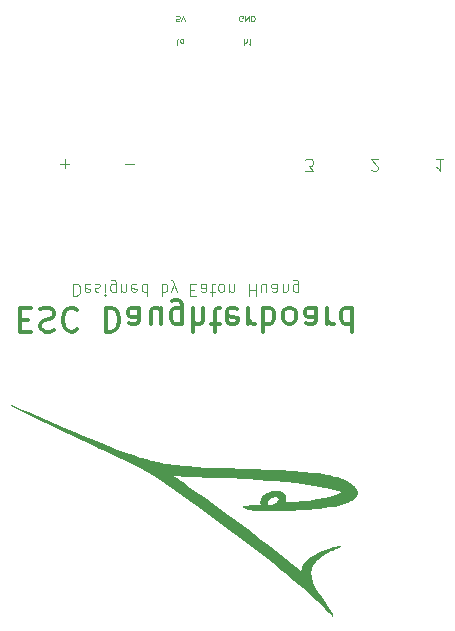
<source format=gbr>
%TF.GenerationSoftware,KiCad,Pcbnew,(6.0.1-0)*%
%TF.CreationDate,2023-01-20T10:08:17-08:00*%
%TF.ProjectId,ESC Daughterboard,45534320-4461-4756-9768-746572626f61,rev?*%
%TF.SameCoordinates,Original*%
%TF.FileFunction,Legend,Bot*%
%TF.FilePolarity,Positive*%
%FSLAX46Y46*%
G04 Gerber Fmt 4.6, Leading zero omitted, Abs format (unit mm)*
G04 Created by KiCad (PCBNEW (6.0.1-0)) date 2023-01-20 10:08:17*
%MOMM*%
%LPD*%
G01*
G04 APERTURE LIST*
%ADD10C,0.040000*%
%ADD11C,0.125000*%
%ADD12C,0.100000*%
%ADD13C,0.300000*%
G04 APERTURE END LIST*
D10*
X153135000Y-112500000D02*
X153140113Y-112489364D01*
X153140113Y-112489364D02*
X153137931Y-112469931D01*
X153137931Y-112469931D02*
X153127583Y-112440305D01*
X153127583Y-112440305D02*
X153078902Y-112344886D01*
X153078902Y-112344886D02*
X152987101Y-112191938D01*
X152987101Y-112191938D02*
X152845207Y-111970289D01*
X152845207Y-111970289D02*
X152646251Y-111668768D01*
X152646251Y-111668768D02*
X152049266Y-110781433D01*
X152049266Y-110781433D02*
X151871914Y-110516319D01*
X151871914Y-110516319D02*
X151796808Y-110401094D01*
X151796808Y-110401094D02*
X151729887Y-110295667D01*
X151729887Y-110295667D02*
X151670503Y-110198719D01*
X151670503Y-110198719D02*
X151618012Y-110108933D01*
X151618012Y-110108933D02*
X151571766Y-110024989D01*
X151571766Y-110024989D02*
X151531120Y-109945570D01*
X151531120Y-109945570D02*
X151495427Y-109869358D01*
X151495427Y-109869358D02*
X151464040Y-109795034D01*
X151464040Y-109795034D02*
X151436314Y-109721280D01*
X151436314Y-109721280D02*
X151411602Y-109646779D01*
X151411602Y-109646779D02*
X151389258Y-109570212D01*
X151389258Y-109570212D02*
X151368635Y-109490260D01*
X151368635Y-109490260D02*
X151349088Y-109405606D01*
X151349088Y-109405606D02*
X151329969Y-109314932D01*
X151329969Y-109314932D02*
X151302606Y-109164907D01*
X151302606Y-109164907D02*
X151283600Y-109023800D01*
X151283600Y-109023800D02*
X151277343Y-108956326D01*
X151277343Y-108956326D02*
X151273311Y-108890764D01*
X151273311Y-108890764D02*
X151271548Y-108827007D01*
X151271548Y-108827007D02*
X151272099Y-108764950D01*
X151272099Y-108764950D02*
X151275010Y-108704487D01*
X151275010Y-108704487D02*
X151280326Y-108645510D01*
X151280326Y-108645510D02*
X151288091Y-108587916D01*
X151288091Y-108587916D02*
X151298351Y-108531597D01*
X151298351Y-108531597D02*
X151311150Y-108476447D01*
X151311150Y-108476447D02*
X151326535Y-108422361D01*
X151326535Y-108422361D02*
X151344550Y-108369232D01*
X151344550Y-108369232D02*
X151365239Y-108316954D01*
X151365239Y-108316954D02*
X151388649Y-108265422D01*
X151388649Y-108265422D02*
X151414823Y-108214529D01*
X151414823Y-108214529D02*
X151443808Y-108164170D01*
X151443808Y-108164170D02*
X151475648Y-108114238D01*
X151475648Y-108114238D02*
X151510388Y-108064627D01*
X151510388Y-108064627D02*
X151548074Y-108015231D01*
X151548074Y-108015231D02*
X151588750Y-107965944D01*
X151588750Y-107965944D02*
X151632462Y-107916661D01*
X151632462Y-107916661D02*
X151679254Y-107867275D01*
X151679254Y-107867275D02*
X151729172Y-107817679D01*
X151729172Y-107817679D02*
X151838564Y-107717438D01*
X151838564Y-107717438D02*
X151961000Y-107615090D01*
X151961000Y-107615090D02*
X152096839Y-107509785D01*
X152096839Y-107509785D02*
X152252381Y-107395347D01*
X152252381Y-107395347D02*
X152394679Y-107296328D01*
X152394679Y-107296328D02*
X152530680Y-107208882D01*
X152530680Y-107208882D02*
X152598491Y-107168296D01*
X152598491Y-107168296D02*
X152667333Y-107129161D01*
X152667333Y-107129161D02*
X152738074Y-107090996D01*
X152738074Y-107090996D02*
X152811583Y-107053319D01*
X152811583Y-107053319D02*
X152970379Y-106977510D01*
X152970379Y-106977510D02*
X153150667Y-106897886D01*
X153150667Y-106897886D02*
X153359394Y-106810600D01*
X153359394Y-106810600D02*
X153446743Y-106774357D01*
X153446743Y-106774357D02*
X153523304Y-106741709D01*
X153523304Y-106741709D02*
X153589086Y-106712644D01*
X153589086Y-106712644D02*
X153644097Y-106687149D01*
X153644097Y-106687149D02*
X153688346Y-106665213D01*
X153688346Y-106665213D02*
X153721841Y-106646822D01*
X153721841Y-106646822D02*
X153744591Y-106631964D01*
X153744591Y-106631964D02*
X153751939Y-106625856D01*
X153751939Y-106625856D02*
X153756605Y-106620627D01*
X153756605Y-106620627D02*
X153758588Y-106616275D01*
X153758588Y-106616275D02*
X153757890Y-106612798D01*
X153757890Y-106612798D02*
X153754513Y-106610196D01*
X153754513Y-106610196D02*
X153748457Y-106608466D01*
X153748457Y-106608466D02*
X153739723Y-106607606D01*
X153739723Y-106607606D02*
X153728313Y-106607617D01*
X153728313Y-106607617D02*
X153697466Y-106610239D01*
X153697466Y-106610239D02*
X153655927Y-106616320D01*
X153655927Y-106616320D02*
X153603702Y-106625848D01*
X153603702Y-106625848D02*
X153540800Y-106638809D01*
X153540800Y-106638809D02*
X153467231Y-106655193D01*
X153467231Y-106655193D02*
X153220577Y-106716172D01*
X153220577Y-106716172D02*
X152977941Y-106784886D01*
X152977941Y-106784886D02*
X152740474Y-106860703D01*
X152740474Y-106860703D02*
X152509328Y-106942989D01*
X152509328Y-106942989D02*
X152285654Y-107031112D01*
X152285654Y-107031112D02*
X152070603Y-107124439D01*
X152070603Y-107124439D02*
X151865328Y-107222337D01*
X151865328Y-107222337D02*
X151670979Y-107324172D01*
X151670979Y-107324172D02*
X151488708Y-107429313D01*
X151488708Y-107429313D02*
X151319666Y-107537125D01*
X151319666Y-107537125D02*
X151165005Y-107646976D01*
X151165005Y-107646976D02*
X151025875Y-107758234D01*
X151025875Y-107758234D02*
X150962495Y-107814192D01*
X150962495Y-107814192D02*
X150903429Y-107870264D01*
X150903429Y-107870264D02*
X150848822Y-107926372D01*
X150848822Y-107926372D02*
X150798818Y-107982435D01*
X150798818Y-107982435D02*
X150753560Y-108038376D01*
X150753560Y-108038376D02*
X150713192Y-108094114D01*
X150713192Y-108094114D02*
X150677859Y-108149570D01*
X150677859Y-108149570D02*
X150647705Y-108204666D01*
X150647705Y-108204666D02*
X150635762Y-108230010D01*
X150635762Y-108230010D02*
X150622954Y-108259939D01*
X150622954Y-108259939D02*
X150595745Y-108330287D01*
X150595745Y-108330287D02*
X150568092Y-108409180D01*
X150568092Y-108409180D02*
X150542011Y-108490090D01*
X150542011Y-108490090D02*
X150519517Y-108566488D01*
X150519517Y-108566488D02*
X150502625Y-108631846D01*
X150502625Y-108631846D02*
X150496910Y-108658343D01*
X150496910Y-108658343D02*
X150493350Y-108679633D01*
X150493350Y-108679633D02*
X150492198Y-108694897D01*
X150492198Y-108694897D02*
X150492604Y-108700015D01*
X150492604Y-108700015D02*
X150493707Y-108703321D01*
X150493707Y-108703321D02*
X150494276Y-108704444D01*
X150494276Y-108704444D02*
X150494732Y-108705798D01*
X150494732Y-108705798D02*
X150495077Y-108707364D01*
X150495077Y-108707364D02*
X150495313Y-108709123D01*
X150495313Y-108709123D02*
X150495441Y-108711057D01*
X150495441Y-108711057D02*
X150495464Y-108713148D01*
X150495464Y-108713148D02*
X150495383Y-108715378D01*
X150495383Y-108715378D02*
X150495200Y-108717728D01*
X150495200Y-108717728D02*
X150494917Y-108720180D01*
X150494917Y-108720180D02*
X150494536Y-108722715D01*
X150494536Y-108722715D02*
X150494059Y-108725315D01*
X150494059Y-108725315D02*
X150493487Y-108727962D01*
X150493487Y-108727962D02*
X150492823Y-108730637D01*
X150492823Y-108730637D02*
X150492068Y-108733322D01*
X150492068Y-108733322D02*
X150491224Y-108735998D01*
X150491224Y-108735998D02*
X150490293Y-108738648D01*
X150490293Y-108738648D02*
X150488572Y-108741539D01*
X150488572Y-108741539D02*
X150485889Y-108743522D01*
X150485889Y-108743522D02*
X150482253Y-108744603D01*
X150482253Y-108744603D02*
X150477670Y-108744785D01*
X150477670Y-108744785D02*
X150465695Y-108742477D01*
X150465695Y-108742477D02*
X150450023Y-108736637D01*
X150450023Y-108736637D02*
X150430712Y-108727305D01*
X150430712Y-108727305D02*
X150407821Y-108714521D01*
X150407821Y-108714521D02*
X150381410Y-108698325D01*
X150381410Y-108698325D02*
X150351537Y-108678756D01*
X150351537Y-108678756D02*
X150281640Y-108629659D01*
X150281640Y-108629659D02*
X150198600Y-108567551D01*
X150198600Y-108567551D02*
X150102889Y-108492747D01*
X150102889Y-108492747D02*
X149994976Y-108405568D01*
X149994976Y-108405568D02*
X148942887Y-107557061D01*
X148942887Y-107557061D02*
X147738897Y-106593890D01*
X147738897Y-106593890D02*
X146944028Y-105969684D01*
X146944028Y-105969684D02*
X146137964Y-105351558D01*
X146137964Y-105351558D02*
X145235842Y-104675210D01*
X145235842Y-104675210D02*
X144152798Y-103876337D01*
X144152798Y-103876337D02*
X143145653Y-103140241D01*
X143145653Y-103140241D02*
X142355472Y-102570532D01*
X142355472Y-102570532D02*
X141655002Y-102076383D01*
X141655002Y-102076383D02*
X140916996Y-101566969D01*
X140916996Y-101566969D02*
X140536701Y-101305856D01*
X140536701Y-101305856D02*
X140248212Y-101106276D01*
X140248212Y-101106276D02*
X140030650Y-100953675D01*
X140030650Y-100953675D02*
X139863134Y-100833497D01*
X139863134Y-100833497D02*
X139789276Y-100780456D01*
X139789276Y-100780456D02*
X139713164Y-100727108D01*
X139713164Y-100727108D02*
X139643758Y-100679661D01*
X139643758Y-100679661D02*
X139614371Y-100660090D01*
X139614371Y-100660090D02*
X139590020Y-100644321D01*
X139590020Y-100644321D02*
X139486120Y-100578343D01*
X139486120Y-100578343D02*
X139569241Y-100585542D01*
X139569241Y-100585542D02*
X140092420Y-100628566D01*
X140092420Y-100628566D02*
X140544666Y-100659164D01*
X140544666Y-100659164D02*
X141024255Y-100683082D01*
X141024255Y-100683082D02*
X141629467Y-100706068D01*
X141629467Y-100706068D02*
X142514469Y-100733120D01*
X142514469Y-100733120D02*
X143636257Y-100759503D01*
X143636257Y-100759503D02*
X144605849Y-100783063D01*
X144605849Y-100783063D02*
X145363208Y-100809887D01*
X145363208Y-100809887D02*
X146042293Y-100845824D01*
X146042293Y-100845824D02*
X146777061Y-100896728D01*
X146777061Y-100896728D02*
X147743381Y-100969866D01*
X147743381Y-100969866D02*
X148375918Y-101020566D01*
X148375918Y-101020566D02*
X148602404Y-101040500D01*
X148602404Y-101040500D02*
X148787909Y-101058422D01*
X148787909Y-101058422D02*
X148946586Y-101075532D01*
X148946586Y-101075532D02*
X149092590Y-101093028D01*
X149092590Y-101093028D02*
X150028489Y-101220151D01*
X150028489Y-101220151D02*
X151028421Y-101373545D01*
X151028421Y-101373545D02*
X152034628Y-101543889D01*
X152034628Y-101543889D02*
X152989357Y-101721858D01*
X152989357Y-101721858D02*
X153077747Y-101739582D01*
X153077747Y-101739582D02*
X153156357Y-101756265D01*
X153156357Y-101756265D02*
X153228546Y-101772780D01*
X153228546Y-101772780D02*
X153297676Y-101789997D01*
X153297676Y-101789997D02*
X153367108Y-101808791D01*
X153367108Y-101808791D02*
X153440205Y-101830033D01*
X153440205Y-101830033D02*
X153520328Y-101854596D01*
X153520328Y-101854596D02*
X153610838Y-101883351D01*
X153610838Y-101883351D02*
X153836378Y-101955619D01*
X153836378Y-101955619D02*
X153907569Y-101978219D01*
X153907569Y-101978219D02*
X153936793Y-101987252D01*
X153936793Y-101987252D02*
X153939453Y-101988544D01*
X153939453Y-101988544D02*
X153940232Y-101990654D01*
X153940232Y-101990654D02*
X153939202Y-101993545D01*
X153939202Y-101993545D02*
X153936434Y-101997179D01*
X153936434Y-101997179D02*
X153925976Y-102006522D01*
X153925976Y-102006522D02*
X153909433Y-102018380D01*
X153909433Y-102018380D02*
X153860399Y-102048422D01*
X153860399Y-102048422D02*
X153793946Y-102084874D01*
X153793946Y-102084874D02*
X153714683Y-102125302D01*
X153714683Y-102125302D02*
X153627222Y-102167273D01*
X153627222Y-102167273D02*
X153536175Y-102208356D01*
X153536175Y-102208356D02*
X153446153Y-102246117D01*
X153446153Y-102246117D02*
X153302999Y-102301726D01*
X153302999Y-102301726D02*
X153165902Y-102350972D01*
X153165902Y-102350972D02*
X153030734Y-102394981D01*
X153030734Y-102394981D02*
X152893367Y-102434884D01*
X152893367Y-102434884D02*
X152749671Y-102471809D01*
X152749671Y-102471809D02*
X152595519Y-102506885D01*
X152595519Y-102506885D02*
X152426782Y-102541241D01*
X152426782Y-102541241D02*
X152239332Y-102576005D01*
X152239332Y-102576005D02*
X151992380Y-102620572D01*
X151992380Y-102620572D02*
X151782164Y-102659349D01*
X151782164Y-102659349D02*
X151606584Y-102689590D01*
X151606584Y-102689590D02*
X151405364Y-102719286D01*
X151405364Y-102719286D02*
X151182692Y-102747993D01*
X151182692Y-102747993D02*
X150942756Y-102775265D01*
X150942756Y-102775265D02*
X150689743Y-102800654D01*
X150689743Y-102800654D02*
X150427840Y-102823715D01*
X150427840Y-102823715D02*
X150161236Y-102844001D01*
X150161236Y-102844001D02*
X149894117Y-102861067D01*
X149894117Y-102861067D02*
X149716450Y-102871874D01*
X149716450Y-102871874D02*
X149544320Y-102883341D01*
X149544320Y-102883341D02*
X149397378Y-102894099D01*
X149397378Y-102894099D02*
X149295271Y-102902776D01*
X149295271Y-102902776D02*
X149227238Y-102909640D01*
X149227238Y-102909640D02*
X149200319Y-102912252D01*
X149200319Y-102912252D02*
X149177717Y-102914131D01*
X149177717Y-102914131D02*
X149159120Y-102915142D01*
X149159120Y-102915142D02*
X149151226Y-102915277D01*
X149151226Y-102915277D02*
X149144216Y-102915144D01*
X149144216Y-102915144D02*
X149138052Y-102914724D01*
X149138052Y-102914724D02*
X149132694Y-102914000D01*
X149132694Y-102914000D02*
X149128104Y-102912955D01*
X149128104Y-102912955D02*
X149124242Y-102911571D01*
X149124242Y-102911571D02*
X149121071Y-102909832D01*
X149121071Y-102909832D02*
X149118550Y-102907720D01*
X149118550Y-102907720D02*
X149116640Y-102905217D01*
X149116640Y-102905217D02*
X149115304Y-102902307D01*
X149115304Y-102902307D02*
X149114501Y-102898972D01*
X149114501Y-102898972D02*
X149114194Y-102895195D01*
X149114194Y-102895195D02*
X149114342Y-102890958D01*
X149114342Y-102890958D02*
X149114908Y-102886245D01*
X149114908Y-102886245D02*
X149115851Y-102881038D01*
X149115851Y-102881038D02*
X149117134Y-102875319D01*
X149117134Y-102875319D02*
X149120561Y-102862279D01*
X149120561Y-102862279D02*
X149129772Y-102829303D01*
X149129772Y-102829303D02*
X149136295Y-102801426D01*
X149136295Y-102801426D02*
X149141816Y-102770567D01*
X149141816Y-102770567D02*
X149146344Y-102737237D01*
X149146344Y-102737237D02*
X149149889Y-102701944D01*
X149149889Y-102701944D02*
X149152463Y-102665199D01*
X149152463Y-102665199D02*
X149154073Y-102627512D01*
X149154073Y-102627512D02*
X149154732Y-102589391D01*
X149154732Y-102589391D02*
X149154448Y-102551347D01*
X149154448Y-102551347D02*
X149153232Y-102513889D01*
X149153232Y-102513889D02*
X149151094Y-102477527D01*
X149151094Y-102477527D02*
X149148043Y-102442770D01*
X149148043Y-102442770D02*
X149144091Y-102410128D01*
X149144091Y-102410128D02*
X149139245Y-102380112D01*
X149139245Y-102380112D02*
X149133518Y-102353229D01*
X149133518Y-102353229D02*
X149126918Y-102329991D01*
X149126918Y-102329991D02*
X149119456Y-102310907D01*
X149119456Y-102310907D02*
X149093895Y-102263020D01*
X149093895Y-102263020D02*
X149063769Y-102218418D01*
X149063769Y-102218418D02*
X149029319Y-102177094D01*
X149029319Y-102177094D02*
X148990787Y-102139040D01*
X148990787Y-102139040D02*
X148948415Y-102104248D01*
X148948415Y-102104248D02*
X148902446Y-102072710D01*
X148902446Y-102072710D02*
X148853121Y-102044420D01*
X148853121Y-102044420D02*
X148800682Y-102019368D01*
X148800682Y-102019368D02*
X148745371Y-101997549D01*
X148745371Y-101997549D02*
X148687431Y-101978954D01*
X148687431Y-101978954D02*
X148627104Y-101963575D01*
X148627104Y-101963575D02*
X148564630Y-101951405D01*
X148564630Y-101951405D02*
X148500253Y-101942436D01*
X148500253Y-101942436D02*
X148434215Y-101936661D01*
X148434215Y-101936661D02*
X148298120Y-101934662D01*
X148298120Y-101934662D02*
X148158284Y-101945345D01*
X148158284Y-101945345D02*
X148016641Y-101968651D01*
X148016641Y-101968651D02*
X147875128Y-102004517D01*
X147875128Y-102004517D02*
X147735681Y-102052884D01*
X147735681Y-102052884D02*
X147667337Y-102081736D01*
X147667337Y-102081736D02*
X147600236Y-102113690D01*
X147600236Y-102113690D02*
X147534619Y-102148738D01*
X147534619Y-102148738D02*
X147470729Y-102186874D01*
X147470729Y-102186874D02*
X147408807Y-102228088D01*
X147408807Y-102228088D02*
X147349096Y-102272375D01*
X147349096Y-102272375D02*
X147291838Y-102319725D01*
X147291838Y-102319725D02*
X147237274Y-102370132D01*
X147237274Y-102370132D02*
X147207511Y-102402030D01*
X147207511Y-102402030D02*
X147179771Y-102437372D01*
X147179771Y-102437372D02*
X147154153Y-102475755D01*
X147154153Y-102475755D02*
X147130760Y-102516778D01*
X147130760Y-102516778D02*
X147109692Y-102560041D01*
X147109692Y-102560041D02*
X147091052Y-102605141D01*
X147091052Y-102605141D02*
X147074939Y-102651678D01*
X147074939Y-102651678D02*
X147061457Y-102699250D01*
X147061457Y-102699250D02*
X147050705Y-102747456D01*
X147050705Y-102747456D02*
X147042785Y-102795895D01*
X147042785Y-102795895D02*
X147037799Y-102844165D01*
X147037799Y-102844165D02*
X147036450Y-102877138D01*
X147036450Y-102877138D02*
X147561878Y-102877138D01*
X147561878Y-102877138D02*
X147562673Y-102847726D01*
X147562673Y-102847726D02*
X147566040Y-102819044D01*
X147566040Y-102819044D02*
X147568725Y-102805122D01*
X147568725Y-102805122D02*
X147572098Y-102791557D01*
X147572098Y-102791557D02*
X147576174Y-102778407D01*
X147576174Y-102778407D02*
X147580967Y-102765729D01*
X147580967Y-102765729D02*
X147586492Y-102753583D01*
X147586492Y-102753583D02*
X147592765Y-102742025D01*
X147592765Y-102742025D02*
X147615792Y-102706619D01*
X147615792Y-102706619D02*
X147641793Y-102672950D01*
X147641793Y-102672950D02*
X147670527Y-102641046D01*
X147670527Y-102641046D02*
X147701750Y-102610937D01*
X147701750Y-102610937D02*
X147735220Y-102582654D01*
X147735220Y-102582654D02*
X147770692Y-102556227D01*
X147770692Y-102556227D02*
X147807924Y-102531685D01*
X147807924Y-102531685D02*
X147846673Y-102509058D01*
X147846673Y-102509058D02*
X147886697Y-102488376D01*
X147886697Y-102488376D02*
X147927751Y-102469669D01*
X147927751Y-102469669D02*
X147969593Y-102452968D01*
X147969593Y-102452968D02*
X148011979Y-102438300D01*
X148011979Y-102438300D02*
X148054667Y-102425698D01*
X148054667Y-102425698D02*
X148097414Y-102415190D01*
X148097414Y-102415190D02*
X148139977Y-102406807D01*
X148139977Y-102406807D02*
X148182112Y-102400578D01*
X148182112Y-102400578D02*
X148223576Y-102396533D01*
X148223576Y-102396533D02*
X148264127Y-102394703D01*
X148264127Y-102394703D02*
X148303521Y-102395117D01*
X148303521Y-102395117D02*
X148341515Y-102397804D01*
X148341515Y-102397804D02*
X148377867Y-102402796D01*
X148377867Y-102402796D02*
X148412333Y-102410121D01*
X148412333Y-102410121D02*
X148444670Y-102419810D01*
X148444670Y-102419810D02*
X148474634Y-102431892D01*
X148474634Y-102431892D02*
X148501984Y-102446398D01*
X148501984Y-102446398D02*
X148526476Y-102463358D01*
X148526476Y-102463358D02*
X148547867Y-102482800D01*
X148547867Y-102482800D02*
X148565913Y-102504756D01*
X148565913Y-102504756D02*
X148580373Y-102529255D01*
X148580373Y-102529255D02*
X148591002Y-102556326D01*
X148591002Y-102556326D02*
X148597557Y-102586001D01*
X148597557Y-102586001D02*
X148599797Y-102618308D01*
X148599797Y-102618308D02*
X148598844Y-102631882D01*
X148598844Y-102631882D02*
X148596037Y-102646219D01*
X148596037Y-102646219D02*
X148591449Y-102661255D01*
X148591449Y-102661255D02*
X148585156Y-102676926D01*
X148585156Y-102676926D02*
X148567748Y-102709921D01*
X148567748Y-102709921D02*
X148544411Y-102744693D01*
X148544411Y-102744693D02*
X148515740Y-102780734D01*
X148515740Y-102780734D02*
X148482331Y-102817532D01*
X148482331Y-102817532D02*
X148444780Y-102854580D01*
X148444780Y-102854580D02*
X148403682Y-102891366D01*
X148403682Y-102891366D02*
X148359635Y-102927382D01*
X148359635Y-102927382D02*
X148313234Y-102962118D01*
X148313234Y-102962118D02*
X148265075Y-102995064D01*
X148265075Y-102995064D02*
X148215753Y-103025710D01*
X148215753Y-103025710D02*
X148165865Y-103053548D01*
X148165865Y-103053548D02*
X148116007Y-103078066D01*
X148116007Y-103078066D02*
X148066775Y-103098756D01*
X148066775Y-103098756D02*
X148018765Y-103115108D01*
X148018765Y-103115108D02*
X148003628Y-103119079D01*
X148003628Y-103119079D02*
X147986870Y-103122531D01*
X147986870Y-103122531D02*
X147968683Y-103125463D01*
X147968683Y-103125463D02*
X147949256Y-103127875D01*
X147949256Y-103127875D02*
X147928780Y-103129766D01*
X147928780Y-103129766D02*
X147907444Y-103131136D01*
X147907444Y-103131136D02*
X147885440Y-103131983D01*
X147885440Y-103131983D02*
X147862958Y-103132307D01*
X147862958Y-103132307D02*
X147840188Y-103132108D01*
X147840188Y-103132108D02*
X147817320Y-103131384D01*
X147817320Y-103131384D02*
X147794546Y-103130136D01*
X147794546Y-103130136D02*
X147772054Y-103128362D01*
X147772054Y-103128362D02*
X147750036Y-103126061D01*
X147750036Y-103126061D02*
X147728682Y-103123234D01*
X147728682Y-103123234D02*
X147708182Y-103119880D01*
X147708182Y-103119880D02*
X147688726Y-103115997D01*
X147688726Y-103115997D02*
X147678769Y-103113182D01*
X147678769Y-103113182D02*
X147669111Y-103109214D01*
X147669111Y-103109214D02*
X147659768Y-103104150D01*
X147659768Y-103104150D02*
X147650754Y-103098050D01*
X147650754Y-103098050D02*
X147642085Y-103090971D01*
X147642085Y-103090971D02*
X147633775Y-103082971D01*
X147633775Y-103082971D02*
X147625840Y-103074109D01*
X147625840Y-103074109D02*
X147618294Y-103064442D01*
X147618294Y-103064442D02*
X147611152Y-103054028D01*
X147611152Y-103054028D02*
X147604429Y-103042926D01*
X147604429Y-103042926D02*
X147592300Y-103018889D01*
X147592300Y-103018889D02*
X147582027Y-102992795D01*
X147582027Y-102992795D02*
X147573729Y-102965108D01*
X147573729Y-102965108D02*
X147567525Y-102936293D01*
X147567525Y-102936293D02*
X147563535Y-102906815D01*
X147563535Y-102906815D02*
X147561878Y-102877138D01*
X147561878Y-102877138D02*
X147036450Y-102877138D01*
X147036450Y-102877138D02*
X147035848Y-102891866D01*
X147035848Y-102891866D02*
X147037033Y-102938595D01*
X147037033Y-102938595D02*
X147041455Y-102983952D01*
X147041455Y-102983952D02*
X147049217Y-103027536D01*
X147049217Y-103027536D02*
X147060418Y-103068945D01*
X147060418Y-103068945D02*
X147064270Y-103081053D01*
X147064270Y-103081053D02*
X147067869Y-103092701D01*
X147067869Y-103092701D02*
X147071135Y-103103607D01*
X147071135Y-103103607D02*
X147073990Y-103113493D01*
X147073990Y-103113493D02*
X147076354Y-103122077D01*
X147076354Y-103122077D02*
X147078149Y-103129081D01*
X147078149Y-103129081D02*
X147079295Y-103134223D01*
X147079295Y-103134223D02*
X147079600Y-103136009D01*
X147079600Y-103136009D02*
X147079713Y-103137224D01*
X147079713Y-103137224D02*
X147078264Y-103138131D01*
X147078264Y-103138131D02*
X147073985Y-103139013D01*
X147073985Y-103139013D02*
X147057515Y-103140683D01*
X147057515Y-103140683D02*
X147031458Y-103142198D01*
X147031458Y-103142198D02*
X146996972Y-103143523D01*
X146996972Y-103143523D02*
X146907332Y-103145458D01*
X146907332Y-103145458D02*
X146797842Y-103146203D01*
X146797842Y-103146203D02*
X146559816Y-103148083D01*
X146559816Y-103148083D02*
X146333801Y-103153410D01*
X146333801Y-103153410D02*
X146125251Y-103161797D01*
X146125251Y-103161797D02*
X145939622Y-103172856D01*
X145939622Y-103172856D02*
X145782370Y-103186201D01*
X145782370Y-103186201D02*
X145716091Y-103193610D01*
X145716091Y-103193610D02*
X145658952Y-103201445D01*
X145658952Y-103201445D02*
X145611634Y-103209658D01*
X145611634Y-103209658D02*
X145574821Y-103218200D01*
X145574821Y-103218200D02*
X145549194Y-103227023D01*
X145549194Y-103227023D02*
X145540788Y-103231525D01*
X145540788Y-103231525D02*
X145535435Y-103236079D01*
X145535435Y-103236079D02*
X145530988Y-103243994D01*
X145530988Y-103243994D02*
X145530246Y-103252416D01*
X145530246Y-103252416D02*
X145533074Y-103261306D01*
X145533074Y-103261306D02*
X145539336Y-103270624D01*
X145539336Y-103270624D02*
X145561619Y-103290379D01*
X145561619Y-103290379D02*
X145596009Y-103311357D01*
X145596009Y-103311357D02*
X145641417Y-103333234D01*
X145641417Y-103333234D02*
X145696758Y-103355687D01*
X145696758Y-103355687D02*
X145760944Y-103378392D01*
X145760944Y-103378392D02*
X145832890Y-103401023D01*
X145832890Y-103401023D02*
X145995713Y-103444773D01*
X145995713Y-103444773D02*
X146176532Y-103484344D01*
X146176532Y-103484344D02*
X146270973Y-103501753D01*
X146270973Y-103501753D02*
X146366653Y-103517146D01*
X146366653Y-103517146D02*
X146462485Y-103530198D01*
X146462485Y-103530198D02*
X146557383Y-103540586D01*
X146557383Y-103540586D02*
X146791748Y-103551714D01*
X146791748Y-103551714D02*
X147170249Y-103556693D01*
X147170249Y-103556693D02*
X148224574Y-103550104D01*
X148224574Y-103550104D02*
X149450183Y-103524618D01*
X149450183Y-103524618D02*
X150576902Y-103484033D01*
X150576902Y-103484033D02*
X151080174Y-103455032D01*
X151080174Y-103455032D02*
X151560865Y-103417063D01*
X151560865Y-103417063D02*
X152017688Y-103370497D01*
X152017688Y-103370497D02*
X152449356Y-103315705D01*
X152449356Y-103315705D02*
X152854582Y-103253059D01*
X152854582Y-103253059D02*
X153232079Y-103182930D01*
X153232079Y-103182930D02*
X153580560Y-103105689D01*
X153580560Y-103105689D02*
X153898738Y-103021707D01*
X153898738Y-103021707D02*
X154046062Y-102977304D01*
X154046062Y-102977304D02*
X154185327Y-102931355D01*
X154185327Y-102931355D02*
X154316373Y-102883906D01*
X154316373Y-102883906D02*
X154439039Y-102835004D01*
X154439039Y-102835004D02*
X154553164Y-102784696D01*
X154553164Y-102784696D02*
X154658587Y-102733026D01*
X154658587Y-102733026D02*
X154755148Y-102680043D01*
X154755148Y-102680043D02*
X154842685Y-102625792D01*
X154842685Y-102625792D02*
X154921038Y-102570320D01*
X154921038Y-102570320D02*
X154990045Y-102513673D01*
X154990045Y-102513673D02*
X155049546Y-102455897D01*
X155049546Y-102455897D02*
X155099380Y-102397039D01*
X155099380Y-102397039D02*
X155139387Y-102337145D01*
X155139387Y-102337145D02*
X155169404Y-102276263D01*
X155169404Y-102276263D02*
X155189272Y-102214437D01*
X155189272Y-102214437D02*
X155198829Y-102151714D01*
X155198829Y-102151714D02*
X155200343Y-102116309D01*
X155200343Y-102116309D02*
X155199983Y-102081145D01*
X155199983Y-102081145D02*
X155197749Y-102046220D01*
X155197749Y-102046220D02*
X155193639Y-102011531D01*
X155193639Y-102011531D02*
X155187650Y-101977077D01*
X155187650Y-101977077D02*
X155179781Y-101942855D01*
X155179781Y-101942855D02*
X155170030Y-101908863D01*
X155170030Y-101908863D02*
X155158395Y-101875099D01*
X155158395Y-101875099D02*
X155129465Y-101808245D01*
X155129465Y-101808245D02*
X155092976Y-101742277D01*
X155092976Y-101742277D02*
X155048912Y-101677177D01*
X155048912Y-101677177D02*
X154997259Y-101612928D01*
X154997259Y-101612928D02*
X154938001Y-101549511D01*
X154938001Y-101549511D02*
X154871123Y-101486911D01*
X154871123Y-101486911D02*
X154796609Y-101425109D01*
X154796609Y-101425109D02*
X154714446Y-101364087D01*
X154714446Y-101364087D02*
X154624617Y-101303830D01*
X154624617Y-101303830D02*
X154527106Y-101244319D01*
X154527106Y-101244319D02*
X154421900Y-101185536D01*
X154421900Y-101185536D02*
X154308982Y-101127465D01*
X154308982Y-101127465D02*
X154109960Y-101032810D01*
X154109960Y-101032810D02*
X153909634Y-100945341D01*
X153909634Y-100945341D02*
X153705938Y-100864654D01*
X153705938Y-100864654D02*
X153496807Y-100790346D01*
X153496807Y-100790346D02*
X153280173Y-100722014D01*
X153280173Y-100722014D02*
X153053970Y-100659253D01*
X153053970Y-100659253D02*
X152816131Y-100601661D01*
X152816131Y-100601661D02*
X152564590Y-100548833D01*
X152564590Y-100548833D02*
X152012136Y-100455860D01*
X152012136Y-100455860D02*
X151380073Y-100377107D01*
X151380073Y-100377107D02*
X150651871Y-100309344D01*
X150651871Y-100309344D02*
X149810997Y-100249345D01*
X149810997Y-100249345D02*
X148628219Y-100179042D01*
X148628219Y-100179042D02*
X147571105Y-100126593D01*
X147571105Y-100126593D02*
X146580075Y-100089394D01*
X146580075Y-100089394D02*
X145595550Y-100064845D01*
X145595550Y-100064845D02*
X144130391Y-100035141D01*
X144130391Y-100035141D02*
X143615256Y-100021810D01*
X143615256Y-100021810D02*
X143189099Y-100007273D01*
X143189099Y-100007273D02*
X142809931Y-99989862D01*
X142809931Y-99989862D02*
X142435763Y-99967911D01*
X142435763Y-99967911D02*
X141534471Y-99903724D01*
X141534471Y-99903724D02*
X140915797Y-99856183D01*
X140915797Y-99856183D02*
X140392957Y-99812365D01*
X140392957Y-99812365D02*
X139948205Y-99770107D01*
X139948205Y-99770107D02*
X139563796Y-99727247D01*
X139563796Y-99727247D02*
X139221985Y-99681622D01*
X139221985Y-99681622D02*
X138905029Y-99631067D01*
X138905029Y-99631067D02*
X138595181Y-99573421D01*
X138595181Y-99573421D02*
X138274698Y-99506521D01*
X138274698Y-99506521D02*
X137803657Y-99396763D01*
X137803657Y-99396763D02*
X137326665Y-99269528D01*
X137326665Y-99269528D02*
X136822285Y-99117363D01*
X136822285Y-99117363D02*
X136269077Y-98932816D01*
X136269077Y-98932816D02*
X135645603Y-98708437D01*
X135645603Y-98708437D02*
X134930424Y-98436773D01*
X134930424Y-98436773D02*
X134102103Y-98110373D01*
X134102103Y-98110373D02*
X133139200Y-97721784D01*
X133139200Y-97721784D02*
X132005185Y-97262092D01*
X132005185Y-97262092D02*
X131237735Y-96948421D01*
X131237735Y-96948421D02*
X130398008Y-96596350D01*
X130398008Y-96596350D02*
X128140035Y-95623634D01*
X128140035Y-95623634D02*
X127351160Y-95281370D01*
X127351160Y-95281370D02*
X126863527Y-95071247D01*
X126863527Y-95071247D02*
X126397712Y-94873635D01*
X126397712Y-94873635D02*
X126235709Y-94805327D01*
X126235709Y-94805327D02*
X126114079Y-94754486D01*
X126114079Y-94754486D02*
X126027647Y-94718961D01*
X126027647Y-94718961D02*
X125971242Y-94696605D01*
X125971242Y-94696605D02*
X125952682Y-94689694D01*
X125952682Y-94689694D02*
X125939689Y-94685269D01*
X125939689Y-94685269D02*
X125931616Y-94683061D01*
X125931616Y-94683061D02*
X125929222Y-94682705D01*
X125929222Y-94682705D02*
X125927816Y-94682803D01*
X125927816Y-94682803D02*
X126077991Y-94763511D01*
X126077991Y-94763511D02*
X126568204Y-95004407D01*
X126568204Y-95004407D02*
X128656576Y-96009481D01*
X128656576Y-96009481D02*
X130591683Y-96938782D01*
X130591683Y-96938782D02*
X131844879Y-97547303D01*
X131844879Y-97547303D02*
X132748202Y-97988921D01*
X132748202Y-97988921D02*
X133334971Y-98271444D01*
X133334971Y-98271444D02*
X133849087Y-98510411D01*
X133849087Y-98510411D02*
X134534453Y-98821363D01*
X134534453Y-98821363D02*
X135021861Y-99043458D01*
X135021861Y-99043458D02*
X135453004Y-99243694D01*
X135453004Y-99243694D02*
X135838229Y-99427255D01*
X135838229Y-99427255D02*
X136187885Y-99599328D01*
X136187885Y-99599328D02*
X136512318Y-99765097D01*
X136512318Y-99765097D02*
X136821878Y-99929747D01*
X136821878Y-99929747D02*
X137126912Y-100098464D01*
X137126912Y-100098464D02*
X137437768Y-100276434D01*
X137437768Y-100276434D02*
X138118388Y-100686233D01*
X138118388Y-100686233D02*
X138863767Y-101165021D01*
X138863767Y-101165021D02*
X139704705Y-101734904D01*
X139704705Y-101734904D02*
X140672002Y-102417991D01*
X140672002Y-102417991D02*
X141796456Y-103236387D01*
X141796456Y-103236387D02*
X143108866Y-104212201D01*
X143108866Y-104212201D02*
X146420753Y-106724510D01*
X146420753Y-106724510D02*
X147733717Y-107735851D01*
X147733717Y-107735851D02*
X148255444Y-108145981D01*
X148255444Y-108145981D02*
X148726549Y-108524294D01*
X148726549Y-108524294D02*
X149176443Y-108894696D01*
X149176443Y-108894696D02*
X149634538Y-109281094D01*
X149634538Y-109281094D02*
X150692974Y-110197504D01*
X150692974Y-110197504D02*
X151145355Y-110596438D01*
X151145355Y-110596438D02*
X151331134Y-110764306D01*
X151331134Y-110764306D02*
X151508177Y-110928175D01*
X151508177Y-110928175D02*
X151690139Y-111100846D01*
X151690139Y-111100846D02*
X151890674Y-111295118D01*
X151890674Y-111295118D02*
X152402085Y-111799671D01*
X152402085Y-111799671D02*
X152678383Y-112072852D01*
X152678383Y-112072852D02*
X152906491Y-112296563D01*
X152906491Y-112296563D02*
X153062741Y-112447719D01*
X153062741Y-112447719D02*
X153106523Y-112488875D01*
X153106523Y-112488875D02*
X153118533Y-112499585D01*
X153118533Y-112499585D02*
X153123463Y-112503235D01*
X153123463Y-112503235D02*
X153135000Y-112500000D01*
G36*
X147042785Y-102795895D02*
G01*
X147050705Y-102747456D01*
X147061457Y-102699250D01*
X147074939Y-102651678D01*
X147091052Y-102605141D01*
X147109692Y-102560041D01*
X147130760Y-102516778D01*
X147154153Y-102475755D01*
X147179771Y-102437372D01*
X147207511Y-102402030D01*
X147237274Y-102370132D01*
X147291838Y-102319725D01*
X147349096Y-102272375D01*
X147408807Y-102228088D01*
X147470729Y-102186874D01*
X147534619Y-102148738D01*
X147600236Y-102113690D01*
X147667337Y-102081736D01*
X147735681Y-102052884D01*
X147875128Y-102004517D01*
X148016641Y-101968651D01*
X148158284Y-101945345D01*
X148298120Y-101934662D01*
X148434215Y-101936661D01*
X148500253Y-101942436D01*
X148564630Y-101951405D01*
X148627104Y-101963575D01*
X148687431Y-101978954D01*
X148745371Y-101997549D01*
X148800682Y-102019368D01*
X148853121Y-102044420D01*
X148902446Y-102072710D01*
X148948415Y-102104248D01*
X148990787Y-102139040D01*
X149029319Y-102177094D01*
X149063769Y-102218418D01*
X149093895Y-102263020D01*
X149119456Y-102310907D01*
X149126918Y-102329991D01*
X149133518Y-102353229D01*
X149139245Y-102380112D01*
X149144091Y-102410128D01*
X149148043Y-102442770D01*
X149151094Y-102477527D01*
X149153232Y-102513889D01*
X149154448Y-102551347D01*
X149154732Y-102589391D01*
X149154073Y-102627512D01*
X149152463Y-102665199D01*
X149149889Y-102701944D01*
X149146344Y-102737237D01*
X149141816Y-102770567D01*
X149136295Y-102801426D01*
X149129772Y-102829303D01*
X149120561Y-102862279D01*
X149117134Y-102875319D01*
X149115851Y-102881038D01*
X149114908Y-102886245D01*
X149114342Y-102890958D01*
X149114194Y-102895195D01*
X149114501Y-102898972D01*
X149115304Y-102902307D01*
X149116640Y-102905217D01*
X149118550Y-102907720D01*
X149121071Y-102909832D01*
X149124242Y-102911571D01*
X149128104Y-102912955D01*
X149132694Y-102914000D01*
X149138052Y-102914724D01*
X149144216Y-102915144D01*
X149151226Y-102915277D01*
X149159120Y-102915142D01*
X149177717Y-102914131D01*
X149200319Y-102912252D01*
X149227238Y-102909640D01*
X149295271Y-102902776D01*
X149397378Y-102894099D01*
X149544320Y-102883341D01*
X149716450Y-102871874D01*
X149894117Y-102861067D01*
X150161236Y-102844001D01*
X150427840Y-102823715D01*
X150689743Y-102800654D01*
X150942756Y-102775265D01*
X151182692Y-102747993D01*
X151405364Y-102719286D01*
X151606584Y-102689590D01*
X151782164Y-102659349D01*
X151992380Y-102620572D01*
X152239332Y-102576005D01*
X152426782Y-102541241D01*
X152595519Y-102506885D01*
X152749671Y-102471809D01*
X152893367Y-102434884D01*
X153030734Y-102394981D01*
X153165902Y-102350972D01*
X153302999Y-102301726D01*
X153446153Y-102246117D01*
X153536175Y-102208356D01*
X153627222Y-102167273D01*
X153714683Y-102125302D01*
X153793946Y-102084874D01*
X153860399Y-102048422D01*
X153909433Y-102018380D01*
X153925976Y-102006522D01*
X153936434Y-101997179D01*
X153939202Y-101993545D01*
X153940232Y-101990654D01*
X153939453Y-101988544D01*
X153936793Y-101987252D01*
X153907569Y-101978219D01*
X153836378Y-101955619D01*
X153610838Y-101883351D01*
X153520328Y-101854596D01*
X153440205Y-101830033D01*
X153367108Y-101808791D01*
X153297676Y-101789997D01*
X153228546Y-101772780D01*
X153156357Y-101756265D01*
X153077747Y-101739582D01*
X152989357Y-101721858D01*
X152034628Y-101543889D01*
X151028421Y-101373545D01*
X150028489Y-101220151D01*
X149092590Y-101093028D01*
X148946586Y-101075532D01*
X148787909Y-101058422D01*
X148602404Y-101040500D01*
X148375918Y-101020566D01*
X147743381Y-100969866D01*
X146777061Y-100896728D01*
X146042293Y-100845824D01*
X145363208Y-100809887D01*
X144605849Y-100783063D01*
X143636257Y-100759503D01*
X142514469Y-100733120D01*
X141629467Y-100706068D01*
X141024255Y-100683082D01*
X140544666Y-100659164D01*
X140092420Y-100628566D01*
X139569241Y-100585542D01*
X139486120Y-100578343D01*
X139590020Y-100644321D01*
X139614371Y-100660090D01*
X139643758Y-100679661D01*
X139713164Y-100727108D01*
X139789276Y-100780456D01*
X139863134Y-100833497D01*
X140030650Y-100953675D01*
X140248212Y-101106276D01*
X140536701Y-101305856D01*
X140916996Y-101566969D01*
X141655002Y-102076383D01*
X142355472Y-102570532D01*
X143145653Y-103140241D01*
X144152798Y-103876337D01*
X145235842Y-104675210D01*
X146137964Y-105351558D01*
X146944028Y-105969684D01*
X147738897Y-106593890D01*
X148942887Y-107557061D01*
X149994976Y-108405568D01*
X150102889Y-108492747D01*
X150198600Y-108567551D01*
X150281640Y-108629659D01*
X150351537Y-108678756D01*
X150381410Y-108698325D01*
X150407821Y-108714521D01*
X150430712Y-108727305D01*
X150450023Y-108736637D01*
X150465695Y-108742477D01*
X150477670Y-108744785D01*
X150482253Y-108744603D01*
X150485889Y-108743522D01*
X150488572Y-108741539D01*
X150490293Y-108738648D01*
X150491224Y-108735998D01*
X150492068Y-108733322D01*
X150492823Y-108730637D01*
X150493487Y-108727962D01*
X150494059Y-108725315D01*
X150494536Y-108722715D01*
X150494917Y-108720180D01*
X150495200Y-108717728D01*
X150495383Y-108715378D01*
X150495464Y-108713148D01*
X150495441Y-108711057D01*
X150495313Y-108709123D01*
X150495077Y-108707364D01*
X150494732Y-108705798D01*
X150494276Y-108704444D01*
X150493707Y-108703321D01*
X150492604Y-108700015D01*
X150492198Y-108694897D01*
X150493350Y-108679633D01*
X150496910Y-108658343D01*
X150502625Y-108631846D01*
X150519517Y-108566488D01*
X150542011Y-108490090D01*
X150568092Y-108409180D01*
X150595745Y-108330287D01*
X150622954Y-108259939D01*
X150635762Y-108230010D01*
X150647705Y-108204666D01*
X150677859Y-108149570D01*
X150713192Y-108094114D01*
X150753560Y-108038376D01*
X150798818Y-107982435D01*
X150848822Y-107926372D01*
X150903429Y-107870264D01*
X150962495Y-107814192D01*
X151025875Y-107758234D01*
X151165005Y-107646976D01*
X151319666Y-107537125D01*
X151488708Y-107429313D01*
X151670979Y-107324172D01*
X151865328Y-107222337D01*
X152070603Y-107124439D01*
X152285654Y-107031112D01*
X152509328Y-106942989D01*
X152740474Y-106860703D01*
X152977941Y-106784886D01*
X153220577Y-106716172D01*
X153467231Y-106655193D01*
X153540800Y-106638809D01*
X153603702Y-106625848D01*
X153655927Y-106616320D01*
X153697466Y-106610239D01*
X153728313Y-106607617D01*
X153739723Y-106607606D01*
X153748457Y-106608466D01*
X153754513Y-106610196D01*
X153757890Y-106612798D01*
X153758588Y-106616275D01*
X153756605Y-106620627D01*
X153751939Y-106625856D01*
X153744591Y-106631964D01*
X153721841Y-106646822D01*
X153688346Y-106665213D01*
X153644097Y-106687149D01*
X153589086Y-106712644D01*
X153523304Y-106741709D01*
X153446743Y-106774357D01*
X153359394Y-106810600D01*
X153150667Y-106897886D01*
X152970379Y-106977510D01*
X152811583Y-107053319D01*
X152738074Y-107090996D01*
X152667333Y-107129161D01*
X152598491Y-107168296D01*
X152530680Y-107208882D01*
X152394679Y-107296328D01*
X152252381Y-107395347D01*
X152096839Y-107509785D01*
X151961000Y-107615090D01*
X151838564Y-107717438D01*
X151729172Y-107817679D01*
X151679254Y-107867275D01*
X151632462Y-107916661D01*
X151588750Y-107965944D01*
X151548074Y-108015231D01*
X151510388Y-108064627D01*
X151475648Y-108114238D01*
X151443808Y-108164170D01*
X151414823Y-108214529D01*
X151388649Y-108265422D01*
X151365239Y-108316954D01*
X151344550Y-108369232D01*
X151326535Y-108422361D01*
X151311150Y-108476447D01*
X151298351Y-108531597D01*
X151288091Y-108587916D01*
X151280326Y-108645510D01*
X151275010Y-108704487D01*
X151272099Y-108764950D01*
X151271548Y-108827007D01*
X151273311Y-108890764D01*
X151277343Y-108956326D01*
X151283600Y-109023800D01*
X151302606Y-109164907D01*
X151329969Y-109314932D01*
X151349088Y-109405606D01*
X151368635Y-109490260D01*
X151389258Y-109570212D01*
X151411602Y-109646779D01*
X151436314Y-109721280D01*
X151464040Y-109795034D01*
X151495427Y-109869358D01*
X151531120Y-109945570D01*
X151571766Y-110024989D01*
X151618012Y-110108933D01*
X151670503Y-110198719D01*
X151729887Y-110295667D01*
X151796808Y-110401094D01*
X151871914Y-110516319D01*
X152049266Y-110781433D01*
X152646251Y-111668768D01*
X152845207Y-111970289D01*
X152987101Y-112191938D01*
X153078902Y-112344886D01*
X153127583Y-112440305D01*
X153137931Y-112469931D01*
X153140113Y-112489364D01*
X153135000Y-112500000D01*
X153123463Y-112503235D01*
X153118533Y-112499585D01*
X153106523Y-112488875D01*
X153062741Y-112447719D01*
X152906491Y-112296563D01*
X152678383Y-112072852D01*
X152402085Y-111799671D01*
X151890674Y-111295118D01*
X151690139Y-111100846D01*
X151508177Y-110928175D01*
X151331134Y-110764306D01*
X151145355Y-110596438D01*
X150692974Y-110197504D01*
X149634538Y-109281094D01*
X149176443Y-108894696D01*
X148726549Y-108524294D01*
X148255444Y-108145981D01*
X147733717Y-107735851D01*
X146420753Y-106724510D01*
X143108866Y-104212201D01*
X141796456Y-103236387D01*
X140672002Y-102417991D01*
X139704705Y-101734904D01*
X138863767Y-101165021D01*
X138118388Y-100686233D01*
X137437768Y-100276434D01*
X137126912Y-100098464D01*
X136821878Y-99929747D01*
X136512318Y-99765097D01*
X136187885Y-99599328D01*
X135838229Y-99427255D01*
X135453004Y-99243694D01*
X135021861Y-99043458D01*
X134534453Y-98821363D01*
X133849087Y-98510411D01*
X133334971Y-98271444D01*
X132748202Y-97988921D01*
X131844879Y-97547303D01*
X130591683Y-96938782D01*
X128656576Y-96009481D01*
X126568204Y-95004407D01*
X126077991Y-94763511D01*
X125927816Y-94682803D01*
X125929222Y-94682705D01*
X125931616Y-94683061D01*
X125939689Y-94685269D01*
X125952682Y-94689694D01*
X125971242Y-94696605D01*
X126027647Y-94718961D01*
X126114079Y-94754486D01*
X126235709Y-94805327D01*
X126397712Y-94873635D01*
X126863527Y-95071247D01*
X127351160Y-95281370D01*
X128140035Y-95623634D01*
X130398008Y-96596350D01*
X131237735Y-96948421D01*
X132005185Y-97262092D01*
X133139200Y-97721784D01*
X134102103Y-98110373D01*
X134930424Y-98436773D01*
X135645603Y-98708437D01*
X136269077Y-98932816D01*
X136822285Y-99117363D01*
X137326665Y-99269528D01*
X137803657Y-99396763D01*
X138274698Y-99506521D01*
X138595181Y-99573421D01*
X138905029Y-99631067D01*
X139221985Y-99681622D01*
X139563796Y-99727247D01*
X139948205Y-99770107D01*
X140392957Y-99812365D01*
X140915797Y-99856183D01*
X141534471Y-99903724D01*
X142435763Y-99967911D01*
X142809931Y-99989862D01*
X143189099Y-100007273D01*
X143615256Y-100021810D01*
X144130391Y-100035141D01*
X145595550Y-100064845D01*
X146580075Y-100089394D01*
X147571105Y-100126593D01*
X148628219Y-100179042D01*
X149810997Y-100249345D01*
X150651871Y-100309344D01*
X151380073Y-100377107D01*
X152012136Y-100455860D01*
X152564590Y-100548833D01*
X152816131Y-100601661D01*
X153053970Y-100659253D01*
X153280173Y-100722014D01*
X153496807Y-100790346D01*
X153705938Y-100864654D01*
X153909634Y-100945341D01*
X154109960Y-101032810D01*
X154308982Y-101127465D01*
X154421900Y-101185536D01*
X154527106Y-101244319D01*
X154624617Y-101303830D01*
X154714446Y-101364087D01*
X154796609Y-101425109D01*
X154871123Y-101486911D01*
X154938001Y-101549511D01*
X154997259Y-101612928D01*
X155048912Y-101677177D01*
X155092976Y-101742277D01*
X155129465Y-101808245D01*
X155158395Y-101875099D01*
X155170030Y-101908863D01*
X155179781Y-101942855D01*
X155187650Y-101977077D01*
X155193639Y-102011531D01*
X155197749Y-102046220D01*
X155199983Y-102081145D01*
X155200343Y-102116309D01*
X155198829Y-102151714D01*
X155189272Y-102214437D01*
X155169404Y-102276263D01*
X155139387Y-102337145D01*
X155099380Y-102397039D01*
X155049546Y-102455897D01*
X154990045Y-102513673D01*
X154921038Y-102570320D01*
X154842685Y-102625792D01*
X154755148Y-102680043D01*
X154658587Y-102733026D01*
X154553164Y-102784696D01*
X154439039Y-102835004D01*
X154316373Y-102883906D01*
X154185327Y-102931355D01*
X154046062Y-102977304D01*
X153898738Y-103021707D01*
X153580560Y-103105689D01*
X153232079Y-103182930D01*
X152854582Y-103253059D01*
X152449356Y-103315705D01*
X152017688Y-103370497D01*
X151560865Y-103417063D01*
X151080174Y-103455032D01*
X150576902Y-103484033D01*
X149450183Y-103524618D01*
X148224574Y-103550104D01*
X147170249Y-103556693D01*
X146791748Y-103551714D01*
X146557383Y-103540586D01*
X146462485Y-103530198D01*
X146366653Y-103517146D01*
X146270973Y-103501753D01*
X146176532Y-103484344D01*
X145995713Y-103444773D01*
X145832890Y-103401023D01*
X145760944Y-103378392D01*
X145696758Y-103355687D01*
X145641417Y-103333234D01*
X145596009Y-103311357D01*
X145561619Y-103290379D01*
X145539336Y-103270624D01*
X145533074Y-103261306D01*
X145530246Y-103252416D01*
X145530988Y-103243994D01*
X145535435Y-103236079D01*
X145540788Y-103231525D01*
X145549194Y-103227023D01*
X145574821Y-103218200D01*
X145611634Y-103209658D01*
X145658952Y-103201445D01*
X145716091Y-103193610D01*
X145782370Y-103186201D01*
X145939622Y-103172856D01*
X146125251Y-103161797D01*
X146333801Y-103153410D01*
X146559816Y-103148083D01*
X146797842Y-103146203D01*
X146907332Y-103145458D01*
X146996972Y-103143523D01*
X147031458Y-103142198D01*
X147057515Y-103140683D01*
X147073985Y-103139013D01*
X147078264Y-103138131D01*
X147079713Y-103137224D01*
X147079600Y-103136009D01*
X147079295Y-103134223D01*
X147078149Y-103129081D01*
X147076354Y-103122077D01*
X147073990Y-103113493D01*
X147071135Y-103103607D01*
X147067869Y-103092701D01*
X147064270Y-103081053D01*
X147060418Y-103068945D01*
X147049217Y-103027536D01*
X147041455Y-102983952D01*
X147037033Y-102938595D01*
X147035848Y-102891866D01*
X147036450Y-102877138D01*
X147561878Y-102877138D01*
X147563535Y-102906815D01*
X147567525Y-102936293D01*
X147573729Y-102965108D01*
X147582027Y-102992795D01*
X147592300Y-103018889D01*
X147604429Y-103042926D01*
X147611152Y-103054028D01*
X147618294Y-103064442D01*
X147625840Y-103074109D01*
X147633775Y-103082971D01*
X147642085Y-103090971D01*
X147650754Y-103098050D01*
X147659768Y-103104150D01*
X147669111Y-103109214D01*
X147678769Y-103113182D01*
X147688726Y-103115997D01*
X147708182Y-103119880D01*
X147728682Y-103123234D01*
X147750036Y-103126061D01*
X147772054Y-103128362D01*
X147794546Y-103130136D01*
X147817320Y-103131384D01*
X147840188Y-103132108D01*
X147862958Y-103132307D01*
X147885440Y-103131983D01*
X147907444Y-103131136D01*
X147928780Y-103129766D01*
X147949256Y-103127875D01*
X147968683Y-103125463D01*
X147986870Y-103122531D01*
X148003628Y-103119079D01*
X148018765Y-103115108D01*
X148066775Y-103098756D01*
X148116007Y-103078066D01*
X148165865Y-103053548D01*
X148215753Y-103025710D01*
X148265075Y-102995064D01*
X148313234Y-102962118D01*
X148359635Y-102927382D01*
X148403682Y-102891366D01*
X148444780Y-102854580D01*
X148482331Y-102817532D01*
X148515740Y-102780734D01*
X148544411Y-102744693D01*
X148567748Y-102709921D01*
X148585156Y-102676926D01*
X148591449Y-102661255D01*
X148596037Y-102646219D01*
X148598844Y-102631882D01*
X148599797Y-102618308D01*
X148597557Y-102586001D01*
X148591002Y-102556326D01*
X148580373Y-102529255D01*
X148565913Y-102504756D01*
X148547867Y-102482800D01*
X148526476Y-102463358D01*
X148501984Y-102446398D01*
X148474634Y-102431892D01*
X148444670Y-102419810D01*
X148412333Y-102410121D01*
X148377867Y-102402796D01*
X148341515Y-102397804D01*
X148303521Y-102395117D01*
X148264127Y-102394703D01*
X148223576Y-102396533D01*
X148182112Y-102400578D01*
X148139977Y-102406807D01*
X148097414Y-102415190D01*
X148054667Y-102425698D01*
X148011979Y-102438300D01*
X147969593Y-102452968D01*
X147927751Y-102469669D01*
X147886697Y-102488376D01*
X147846673Y-102509058D01*
X147807924Y-102531685D01*
X147770692Y-102556227D01*
X147735220Y-102582654D01*
X147701750Y-102610937D01*
X147670527Y-102641046D01*
X147641793Y-102672950D01*
X147615792Y-102706619D01*
X147592765Y-102742025D01*
X147586492Y-102753583D01*
X147580967Y-102765729D01*
X147576174Y-102778407D01*
X147572098Y-102791557D01*
X147568725Y-102805122D01*
X147566040Y-102819044D01*
X147562673Y-102847726D01*
X147561878Y-102877138D01*
X147036450Y-102877138D01*
X147037799Y-102844165D01*
X147042785Y-102795895D01*
G37*
X147042785Y-102795895D02*
X147050705Y-102747456D01*
X147061457Y-102699250D01*
X147074939Y-102651678D01*
X147091052Y-102605141D01*
X147109692Y-102560041D01*
X147130760Y-102516778D01*
X147154153Y-102475755D01*
X147179771Y-102437372D01*
X147207511Y-102402030D01*
X147237274Y-102370132D01*
X147291838Y-102319725D01*
X147349096Y-102272375D01*
X147408807Y-102228088D01*
X147470729Y-102186874D01*
X147534619Y-102148738D01*
X147600236Y-102113690D01*
X147667337Y-102081736D01*
X147735681Y-102052884D01*
X147875128Y-102004517D01*
X148016641Y-101968651D01*
X148158284Y-101945345D01*
X148298120Y-101934662D01*
X148434215Y-101936661D01*
X148500253Y-101942436D01*
X148564630Y-101951405D01*
X148627104Y-101963575D01*
X148687431Y-101978954D01*
X148745371Y-101997549D01*
X148800682Y-102019368D01*
X148853121Y-102044420D01*
X148902446Y-102072710D01*
X148948415Y-102104248D01*
X148990787Y-102139040D01*
X149029319Y-102177094D01*
X149063769Y-102218418D01*
X149093895Y-102263020D01*
X149119456Y-102310907D01*
X149126918Y-102329991D01*
X149133518Y-102353229D01*
X149139245Y-102380112D01*
X149144091Y-102410128D01*
X149148043Y-102442770D01*
X149151094Y-102477527D01*
X149153232Y-102513889D01*
X149154448Y-102551347D01*
X149154732Y-102589391D01*
X149154073Y-102627512D01*
X149152463Y-102665199D01*
X149149889Y-102701944D01*
X149146344Y-102737237D01*
X149141816Y-102770567D01*
X149136295Y-102801426D01*
X149129772Y-102829303D01*
X149120561Y-102862279D01*
X149117134Y-102875319D01*
X149115851Y-102881038D01*
X149114908Y-102886245D01*
X149114342Y-102890958D01*
X149114194Y-102895195D01*
X149114501Y-102898972D01*
X149115304Y-102902307D01*
X149116640Y-102905217D01*
X149118550Y-102907720D01*
X149121071Y-102909832D01*
X149124242Y-102911571D01*
X149128104Y-102912955D01*
X149132694Y-102914000D01*
X149138052Y-102914724D01*
X149144216Y-102915144D01*
X149151226Y-102915277D01*
X149159120Y-102915142D01*
X149177717Y-102914131D01*
X149200319Y-102912252D01*
X149227238Y-102909640D01*
X149295271Y-102902776D01*
X149397378Y-102894099D01*
X149544320Y-102883341D01*
X149716450Y-102871874D01*
X149894117Y-102861067D01*
X150161236Y-102844001D01*
X150427840Y-102823715D01*
X150689743Y-102800654D01*
X150942756Y-102775265D01*
X151182692Y-102747993D01*
X151405364Y-102719286D01*
X151606584Y-102689590D01*
X151782164Y-102659349D01*
X151992380Y-102620572D01*
X152239332Y-102576005D01*
X152426782Y-102541241D01*
X152595519Y-102506885D01*
X152749671Y-102471809D01*
X152893367Y-102434884D01*
X153030734Y-102394981D01*
X153165902Y-102350972D01*
X153302999Y-102301726D01*
X153446153Y-102246117D01*
X153536175Y-102208356D01*
X153627222Y-102167273D01*
X153714683Y-102125302D01*
X153793946Y-102084874D01*
X153860399Y-102048422D01*
X153909433Y-102018380D01*
X153925976Y-102006522D01*
X153936434Y-101997179D01*
X153939202Y-101993545D01*
X153940232Y-101990654D01*
X153939453Y-101988544D01*
X153936793Y-101987252D01*
X153907569Y-101978219D01*
X153836378Y-101955619D01*
X153610838Y-101883351D01*
X153520328Y-101854596D01*
X153440205Y-101830033D01*
X153367108Y-101808791D01*
X153297676Y-101789997D01*
X153228546Y-101772780D01*
X153156357Y-101756265D01*
X153077747Y-101739582D01*
X152989357Y-101721858D01*
X152034628Y-101543889D01*
X151028421Y-101373545D01*
X150028489Y-101220151D01*
X149092590Y-101093028D01*
X148946586Y-101075532D01*
X148787909Y-101058422D01*
X148602404Y-101040500D01*
X148375918Y-101020566D01*
X147743381Y-100969866D01*
X146777061Y-100896728D01*
X146042293Y-100845824D01*
X145363208Y-100809887D01*
X144605849Y-100783063D01*
X143636257Y-100759503D01*
X142514469Y-100733120D01*
X141629467Y-100706068D01*
X141024255Y-100683082D01*
X140544666Y-100659164D01*
X140092420Y-100628566D01*
X139569241Y-100585542D01*
X139486120Y-100578343D01*
X139590020Y-100644321D01*
X139614371Y-100660090D01*
X139643758Y-100679661D01*
X139713164Y-100727108D01*
X139789276Y-100780456D01*
X139863134Y-100833497D01*
X140030650Y-100953675D01*
X140248212Y-101106276D01*
X140536701Y-101305856D01*
X140916996Y-101566969D01*
X141655002Y-102076383D01*
X142355472Y-102570532D01*
X143145653Y-103140241D01*
X144152798Y-103876337D01*
X145235842Y-104675210D01*
X146137964Y-105351558D01*
X146944028Y-105969684D01*
X147738897Y-106593890D01*
X148942887Y-107557061D01*
X149994976Y-108405568D01*
X150102889Y-108492747D01*
X150198600Y-108567551D01*
X150281640Y-108629659D01*
X150351537Y-108678756D01*
X150381410Y-108698325D01*
X150407821Y-108714521D01*
X150430712Y-108727305D01*
X150450023Y-108736637D01*
X150465695Y-108742477D01*
X150477670Y-108744785D01*
X150482253Y-108744603D01*
X150485889Y-108743522D01*
X150488572Y-108741539D01*
X150490293Y-108738648D01*
X150491224Y-108735998D01*
X150492068Y-108733322D01*
X150492823Y-108730637D01*
X150493487Y-108727962D01*
X150494059Y-108725315D01*
X150494536Y-108722715D01*
X150494917Y-108720180D01*
X150495200Y-108717728D01*
X150495383Y-108715378D01*
X150495464Y-108713148D01*
X150495441Y-108711057D01*
X150495313Y-108709123D01*
X150495077Y-108707364D01*
X150494732Y-108705798D01*
X150494276Y-108704444D01*
X150493707Y-108703321D01*
X150492604Y-108700015D01*
X150492198Y-108694897D01*
X150493350Y-108679633D01*
X150496910Y-108658343D01*
X150502625Y-108631846D01*
X150519517Y-108566488D01*
X150542011Y-108490090D01*
X150568092Y-108409180D01*
X150595745Y-108330287D01*
X150622954Y-108259939D01*
X150635762Y-108230010D01*
X150647705Y-108204666D01*
X150677859Y-108149570D01*
X150713192Y-108094114D01*
X150753560Y-108038376D01*
X150798818Y-107982435D01*
X150848822Y-107926372D01*
X150903429Y-107870264D01*
X150962495Y-107814192D01*
X151025875Y-107758234D01*
X151165005Y-107646976D01*
X151319666Y-107537125D01*
X151488708Y-107429313D01*
X151670979Y-107324172D01*
X151865328Y-107222337D01*
X152070603Y-107124439D01*
X152285654Y-107031112D01*
X152509328Y-106942989D01*
X152740474Y-106860703D01*
X152977941Y-106784886D01*
X153220577Y-106716172D01*
X153467231Y-106655193D01*
X153540800Y-106638809D01*
X153603702Y-106625848D01*
X153655927Y-106616320D01*
X153697466Y-106610239D01*
X153728313Y-106607617D01*
X153739723Y-106607606D01*
X153748457Y-106608466D01*
X153754513Y-106610196D01*
X153757890Y-106612798D01*
X153758588Y-106616275D01*
X153756605Y-106620627D01*
X153751939Y-106625856D01*
X153744591Y-106631964D01*
X153721841Y-106646822D01*
X153688346Y-106665213D01*
X153644097Y-106687149D01*
X153589086Y-106712644D01*
X153523304Y-106741709D01*
X153446743Y-106774357D01*
X153359394Y-106810600D01*
X153150667Y-106897886D01*
X152970379Y-106977510D01*
X152811583Y-107053319D01*
X152738074Y-107090996D01*
X152667333Y-107129161D01*
X152598491Y-107168296D01*
X152530680Y-107208882D01*
X152394679Y-107296328D01*
X152252381Y-107395347D01*
X152096839Y-107509785D01*
X151961000Y-107615090D01*
X151838564Y-107717438D01*
X151729172Y-107817679D01*
X151679254Y-107867275D01*
X151632462Y-107916661D01*
X151588750Y-107965944D01*
X151548074Y-108015231D01*
X151510388Y-108064627D01*
X151475648Y-108114238D01*
X151443808Y-108164170D01*
X151414823Y-108214529D01*
X151388649Y-108265422D01*
X151365239Y-108316954D01*
X151344550Y-108369232D01*
X151326535Y-108422361D01*
X151311150Y-108476447D01*
X151298351Y-108531597D01*
X151288091Y-108587916D01*
X151280326Y-108645510D01*
X151275010Y-108704487D01*
X151272099Y-108764950D01*
X151271548Y-108827007D01*
X151273311Y-108890764D01*
X151277343Y-108956326D01*
X151283600Y-109023800D01*
X151302606Y-109164907D01*
X151329969Y-109314932D01*
X151349088Y-109405606D01*
X151368635Y-109490260D01*
X151389258Y-109570212D01*
X151411602Y-109646779D01*
X151436314Y-109721280D01*
X151464040Y-109795034D01*
X151495427Y-109869358D01*
X151531120Y-109945570D01*
X151571766Y-110024989D01*
X151618012Y-110108933D01*
X151670503Y-110198719D01*
X151729887Y-110295667D01*
X151796808Y-110401094D01*
X151871914Y-110516319D01*
X152049266Y-110781433D01*
X152646251Y-111668768D01*
X152845207Y-111970289D01*
X152987101Y-112191938D01*
X153078902Y-112344886D01*
X153127583Y-112440305D01*
X153137931Y-112469931D01*
X153140113Y-112489364D01*
X153135000Y-112500000D01*
X153123463Y-112503235D01*
X153118533Y-112499585D01*
X153106523Y-112488875D01*
X153062741Y-112447719D01*
X152906491Y-112296563D01*
X152678383Y-112072852D01*
X152402085Y-111799671D01*
X151890674Y-111295118D01*
X151690139Y-111100846D01*
X151508177Y-110928175D01*
X151331134Y-110764306D01*
X151145355Y-110596438D01*
X150692974Y-110197504D01*
X149634538Y-109281094D01*
X149176443Y-108894696D01*
X148726549Y-108524294D01*
X148255444Y-108145981D01*
X147733717Y-107735851D01*
X146420753Y-106724510D01*
X143108866Y-104212201D01*
X141796456Y-103236387D01*
X140672002Y-102417991D01*
X139704705Y-101734904D01*
X138863767Y-101165021D01*
X138118388Y-100686233D01*
X137437768Y-100276434D01*
X137126912Y-100098464D01*
X136821878Y-99929747D01*
X136512318Y-99765097D01*
X136187885Y-99599328D01*
X135838229Y-99427255D01*
X135453004Y-99243694D01*
X135021861Y-99043458D01*
X134534453Y-98821363D01*
X133849087Y-98510411D01*
X133334971Y-98271444D01*
X132748202Y-97988921D01*
X131844879Y-97547303D01*
X130591683Y-96938782D01*
X128656576Y-96009481D01*
X126568204Y-95004407D01*
X126077991Y-94763511D01*
X125927816Y-94682803D01*
X125929222Y-94682705D01*
X125931616Y-94683061D01*
X125939689Y-94685269D01*
X125952682Y-94689694D01*
X125971242Y-94696605D01*
X126027647Y-94718961D01*
X126114079Y-94754486D01*
X126235709Y-94805327D01*
X126397712Y-94873635D01*
X126863527Y-95071247D01*
X127351160Y-95281370D01*
X128140035Y-95623634D01*
X130398008Y-96596350D01*
X131237735Y-96948421D01*
X132005185Y-97262092D01*
X133139200Y-97721784D01*
X134102103Y-98110373D01*
X134930424Y-98436773D01*
X135645603Y-98708437D01*
X136269077Y-98932816D01*
X136822285Y-99117363D01*
X137326665Y-99269528D01*
X137803657Y-99396763D01*
X138274698Y-99506521D01*
X138595181Y-99573421D01*
X138905029Y-99631067D01*
X139221985Y-99681622D01*
X139563796Y-99727247D01*
X139948205Y-99770107D01*
X140392957Y-99812365D01*
X140915797Y-99856183D01*
X141534471Y-99903724D01*
X142435763Y-99967911D01*
X142809931Y-99989862D01*
X143189099Y-100007273D01*
X143615256Y-100021810D01*
X144130391Y-100035141D01*
X145595550Y-100064845D01*
X146580075Y-100089394D01*
X147571105Y-100126593D01*
X148628219Y-100179042D01*
X149810997Y-100249345D01*
X150651871Y-100309344D01*
X151380073Y-100377107D01*
X152012136Y-100455860D01*
X152564590Y-100548833D01*
X152816131Y-100601661D01*
X153053970Y-100659253D01*
X153280173Y-100722014D01*
X153496807Y-100790346D01*
X153705938Y-100864654D01*
X153909634Y-100945341D01*
X154109960Y-101032810D01*
X154308982Y-101127465D01*
X154421900Y-101185536D01*
X154527106Y-101244319D01*
X154624617Y-101303830D01*
X154714446Y-101364087D01*
X154796609Y-101425109D01*
X154871123Y-101486911D01*
X154938001Y-101549511D01*
X154997259Y-101612928D01*
X155048912Y-101677177D01*
X155092976Y-101742277D01*
X155129465Y-101808245D01*
X155158395Y-101875099D01*
X155170030Y-101908863D01*
X155179781Y-101942855D01*
X155187650Y-101977077D01*
X155193639Y-102011531D01*
X155197749Y-102046220D01*
X155199983Y-102081145D01*
X155200343Y-102116309D01*
X155198829Y-102151714D01*
X155189272Y-102214437D01*
X155169404Y-102276263D01*
X155139387Y-102337145D01*
X155099380Y-102397039D01*
X155049546Y-102455897D01*
X154990045Y-102513673D01*
X154921038Y-102570320D01*
X154842685Y-102625792D01*
X154755148Y-102680043D01*
X154658587Y-102733026D01*
X154553164Y-102784696D01*
X154439039Y-102835004D01*
X154316373Y-102883906D01*
X154185327Y-102931355D01*
X154046062Y-102977304D01*
X153898738Y-103021707D01*
X153580560Y-103105689D01*
X153232079Y-103182930D01*
X152854582Y-103253059D01*
X152449356Y-103315705D01*
X152017688Y-103370497D01*
X151560865Y-103417063D01*
X151080174Y-103455032D01*
X150576902Y-103484033D01*
X149450183Y-103524618D01*
X148224574Y-103550104D01*
X147170249Y-103556693D01*
X146791748Y-103551714D01*
X146557383Y-103540586D01*
X146462485Y-103530198D01*
X146366653Y-103517146D01*
X146270973Y-103501753D01*
X146176532Y-103484344D01*
X145995713Y-103444773D01*
X145832890Y-103401023D01*
X145760944Y-103378392D01*
X145696758Y-103355687D01*
X145641417Y-103333234D01*
X145596009Y-103311357D01*
X145561619Y-103290379D01*
X145539336Y-103270624D01*
X145533074Y-103261306D01*
X145530246Y-103252416D01*
X145530988Y-103243994D01*
X145535435Y-103236079D01*
X145540788Y-103231525D01*
X145549194Y-103227023D01*
X145574821Y-103218200D01*
X145611634Y-103209658D01*
X145658952Y-103201445D01*
X145716091Y-103193610D01*
X145782370Y-103186201D01*
X145939622Y-103172856D01*
X146125251Y-103161797D01*
X146333801Y-103153410D01*
X146559816Y-103148083D01*
X146797842Y-103146203D01*
X146907332Y-103145458D01*
X146996972Y-103143523D01*
X147031458Y-103142198D01*
X147057515Y-103140683D01*
X147073985Y-103139013D01*
X147078264Y-103138131D01*
X147079713Y-103137224D01*
X147079600Y-103136009D01*
X147079295Y-103134223D01*
X147078149Y-103129081D01*
X147076354Y-103122077D01*
X147073990Y-103113493D01*
X147071135Y-103103607D01*
X147067869Y-103092701D01*
X147064270Y-103081053D01*
X147060418Y-103068945D01*
X147049217Y-103027536D01*
X147041455Y-102983952D01*
X147037033Y-102938595D01*
X147035848Y-102891866D01*
X147036450Y-102877138D01*
X147561878Y-102877138D01*
X147563535Y-102906815D01*
X147567525Y-102936293D01*
X147573729Y-102965108D01*
X147582027Y-102992795D01*
X147592300Y-103018889D01*
X147604429Y-103042926D01*
X147611152Y-103054028D01*
X147618294Y-103064442D01*
X147625840Y-103074109D01*
X147633775Y-103082971D01*
X147642085Y-103090971D01*
X147650754Y-103098050D01*
X147659768Y-103104150D01*
X147669111Y-103109214D01*
X147678769Y-103113182D01*
X147688726Y-103115997D01*
X147708182Y-103119880D01*
X147728682Y-103123234D01*
X147750036Y-103126061D01*
X147772054Y-103128362D01*
X147794546Y-103130136D01*
X147817320Y-103131384D01*
X147840188Y-103132108D01*
X147862958Y-103132307D01*
X147885440Y-103131983D01*
X147907444Y-103131136D01*
X147928780Y-103129766D01*
X147949256Y-103127875D01*
X147968683Y-103125463D01*
X147986870Y-103122531D01*
X148003628Y-103119079D01*
X148018765Y-103115108D01*
X148066775Y-103098756D01*
X148116007Y-103078066D01*
X148165865Y-103053548D01*
X148215753Y-103025710D01*
X148265075Y-102995064D01*
X148313234Y-102962118D01*
X148359635Y-102927382D01*
X148403682Y-102891366D01*
X148444780Y-102854580D01*
X148482331Y-102817532D01*
X148515740Y-102780734D01*
X148544411Y-102744693D01*
X148567748Y-102709921D01*
X148585156Y-102676926D01*
X148591449Y-102661255D01*
X148596037Y-102646219D01*
X148598844Y-102631882D01*
X148599797Y-102618308D01*
X148597557Y-102586001D01*
X148591002Y-102556326D01*
X148580373Y-102529255D01*
X148565913Y-102504756D01*
X148547867Y-102482800D01*
X148526476Y-102463358D01*
X148501984Y-102446398D01*
X148474634Y-102431892D01*
X148444670Y-102419810D01*
X148412333Y-102410121D01*
X148377867Y-102402796D01*
X148341515Y-102397804D01*
X148303521Y-102395117D01*
X148264127Y-102394703D01*
X148223576Y-102396533D01*
X148182112Y-102400578D01*
X148139977Y-102406807D01*
X148097414Y-102415190D01*
X148054667Y-102425698D01*
X148011979Y-102438300D01*
X147969593Y-102452968D01*
X147927751Y-102469669D01*
X147886697Y-102488376D01*
X147846673Y-102509058D01*
X147807924Y-102531685D01*
X147770692Y-102556227D01*
X147735220Y-102582654D01*
X147701750Y-102610937D01*
X147670527Y-102641046D01*
X147641793Y-102672950D01*
X147615792Y-102706619D01*
X147592765Y-102742025D01*
X147586492Y-102753583D01*
X147580967Y-102765729D01*
X147576174Y-102778407D01*
X147572098Y-102791557D01*
X147568725Y-102805122D01*
X147566040Y-102819044D01*
X147562673Y-102847726D01*
X147561878Y-102877138D01*
X147036450Y-102877138D01*
X147037799Y-102844165D01*
X147042785Y-102795895D01*
D11*
X135609047Y-74248571D02*
X136370952Y-74248571D01*
X162515714Y-73827619D02*
X161944285Y-73827619D01*
X162230000Y-73827619D02*
X162230000Y-74827619D01*
X162134761Y-74684761D01*
X162039523Y-74589523D01*
X161944285Y-74541904D01*
D12*
X140164761Y-62183809D02*
X139926666Y-62183809D01*
X139902857Y-61945714D01*
X139926666Y-61969523D01*
X139974285Y-61993333D01*
X140093333Y-61993333D01*
X140140952Y-61969523D01*
X140164761Y-61945714D01*
X140188571Y-61898095D01*
X140188571Y-61779047D01*
X140164761Y-61731428D01*
X140140952Y-61707619D01*
X140093333Y-61683809D01*
X139974285Y-61683809D01*
X139926666Y-61707619D01*
X139902857Y-61731428D01*
X140331428Y-62183809D02*
X140498095Y-61683809D01*
X140664761Y-62183809D01*
X145509047Y-62160000D02*
X145461428Y-62183809D01*
X145390000Y-62183809D01*
X145318571Y-62160000D01*
X145270952Y-62112380D01*
X145247142Y-62064761D01*
X145223333Y-61969523D01*
X145223333Y-61898095D01*
X145247142Y-61802857D01*
X145270952Y-61755238D01*
X145318571Y-61707619D01*
X145390000Y-61683809D01*
X145437619Y-61683809D01*
X145509047Y-61707619D01*
X145532857Y-61731428D01*
X145532857Y-61898095D01*
X145437619Y-61898095D01*
X145747142Y-61683809D02*
X145747142Y-62183809D01*
X146032857Y-61683809D01*
X146032857Y-62183809D01*
X146270952Y-61683809D02*
X146270952Y-62183809D01*
X146390000Y-62183809D01*
X146461428Y-62160000D01*
X146509047Y-62112380D01*
X146532857Y-62064761D01*
X146556666Y-61969523D01*
X146556666Y-61898095D01*
X146532857Y-61802857D01*
X146509047Y-61755238D01*
X146461428Y-61707619D01*
X146390000Y-61683809D01*
X146270952Y-61683809D01*
D11*
X131211190Y-84397619D02*
X131211190Y-85397619D01*
X131449285Y-85397619D01*
X131592142Y-85350000D01*
X131687380Y-85254761D01*
X131735000Y-85159523D01*
X131782619Y-84969047D01*
X131782619Y-84826190D01*
X131735000Y-84635714D01*
X131687380Y-84540476D01*
X131592142Y-84445238D01*
X131449285Y-84397619D01*
X131211190Y-84397619D01*
X132592142Y-84445238D02*
X132496904Y-84397619D01*
X132306428Y-84397619D01*
X132211190Y-84445238D01*
X132163571Y-84540476D01*
X132163571Y-84921428D01*
X132211190Y-85016666D01*
X132306428Y-85064285D01*
X132496904Y-85064285D01*
X132592142Y-85016666D01*
X132639761Y-84921428D01*
X132639761Y-84826190D01*
X132163571Y-84730952D01*
X133020714Y-84445238D02*
X133115952Y-84397619D01*
X133306428Y-84397619D01*
X133401666Y-84445238D01*
X133449285Y-84540476D01*
X133449285Y-84588095D01*
X133401666Y-84683333D01*
X133306428Y-84730952D01*
X133163571Y-84730952D01*
X133068333Y-84778571D01*
X133020714Y-84873809D01*
X133020714Y-84921428D01*
X133068333Y-85016666D01*
X133163571Y-85064285D01*
X133306428Y-85064285D01*
X133401666Y-85016666D01*
X133877857Y-84397619D02*
X133877857Y-85064285D01*
X133877857Y-85397619D02*
X133830238Y-85350000D01*
X133877857Y-85302380D01*
X133925476Y-85350000D01*
X133877857Y-85397619D01*
X133877857Y-85302380D01*
X134782619Y-85064285D02*
X134782619Y-84254761D01*
X134735000Y-84159523D01*
X134687380Y-84111904D01*
X134592142Y-84064285D01*
X134449285Y-84064285D01*
X134354047Y-84111904D01*
X134782619Y-84445238D02*
X134687380Y-84397619D01*
X134496904Y-84397619D01*
X134401666Y-84445238D01*
X134354047Y-84492857D01*
X134306428Y-84588095D01*
X134306428Y-84873809D01*
X134354047Y-84969047D01*
X134401666Y-85016666D01*
X134496904Y-85064285D01*
X134687380Y-85064285D01*
X134782619Y-85016666D01*
X135258809Y-85064285D02*
X135258809Y-84397619D01*
X135258809Y-84969047D02*
X135306428Y-85016666D01*
X135401666Y-85064285D01*
X135544523Y-85064285D01*
X135639761Y-85016666D01*
X135687380Y-84921428D01*
X135687380Y-84397619D01*
X136544523Y-84445238D02*
X136449285Y-84397619D01*
X136258809Y-84397619D01*
X136163571Y-84445238D01*
X136115952Y-84540476D01*
X136115952Y-84921428D01*
X136163571Y-85016666D01*
X136258809Y-85064285D01*
X136449285Y-85064285D01*
X136544523Y-85016666D01*
X136592142Y-84921428D01*
X136592142Y-84826190D01*
X136115952Y-84730952D01*
X137449285Y-84397619D02*
X137449285Y-85397619D01*
X137449285Y-84445238D02*
X137354047Y-84397619D01*
X137163571Y-84397619D01*
X137068333Y-84445238D01*
X137020714Y-84492857D01*
X136973095Y-84588095D01*
X136973095Y-84873809D01*
X137020714Y-84969047D01*
X137068333Y-85016666D01*
X137163571Y-85064285D01*
X137354047Y-85064285D01*
X137449285Y-85016666D01*
X138687380Y-84397619D02*
X138687380Y-85397619D01*
X138687380Y-85016666D02*
X138782619Y-85064285D01*
X138973095Y-85064285D01*
X139068333Y-85016666D01*
X139115952Y-84969047D01*
X139163571Y-84873809D01*
X139163571Y-84588095D01*
X139115952Y-84492857D01*
X139068333Y-84445238D01*
X138973095Y-84397619D01*
X138782619Y-84397619D01*
X138687380Y-84445238D01*
X139496904Y-85064285D02*
X139735000Y-84397619D01*
X139973095Y-85064285D02*
X139735000Y-84397619D01*
X139639761Y-84159523D01*
X139592142Y-84111904D01*
X139496904Y-84064285D01*
X141115952Y-84921428D02*
X141449285Y-84921428D01*
X141592142Y-84397619D02*
X141115952Y-84397619D01*
X141115952Y-85397619D01*
X141592142Y-85397619D01*
X142449285Y-84397619D02*
X142449285Y-84921428D01*
X142401666Y-85016666D01*
X142306428Y-85064285D01*
X142115952Y-85064285D01*
X142020714Y-85016666D01*
X142449285Y-84445238D02*
X142354047Y-84397619D01*
X142115952Y-84397619D01*
X142020714Y-84445238D01*
X141973095Y-84540476D01*
X141973095Y-84635714D01*
X142020714Y-84730952D01*
X142115952Y-84778571D01*
X142354047Y-84778571D01*
X142449285Y-84826190D01*
X142782619Y-85064285D02*
X143163571Y-85064285D01*
X142925476Y-85397619D02*
X142925476Y-84540476D01*
X142973095Y-84445238D01*
X143068333Y-84397619D01*
X143163571Y-84397619D01*
X143639761Y-84397619D02*
X143544523Y-84445238D01*
X143496904Y-84492857D01*
X143449285Y-84588095D01*
X143449285Y-84873809D01*
X143496904Y-84969047D01*
X143544523Y-85016666D01*
X143639761Y-85064285D01*
X143782619Y-85064285D01*
X143877857Y-85016666D01*
X143925476Y-84969047D01*
X143973095Y-84873809D01*
X143973095Y-84588095D01*
X143925476Y-84492857D01*
X143877857Y-84445238D01*
X143782619Y-84397619D01*
X143639761Y-84397619D01*
X144401666Y-85064285D02*
X144401666Y-84397619D01*
X144401666Y-84969047D02*
X144449285Y-85016666D01*
X144544523Y-85064285D01*
X144687380Y-85064285D01*
X144782619Y-85016666D01*
X144830238Y-84921428D01*
X144830238Y-84397619D01*
X146068333Y-84397619D02*
X146068333Y-85397619D01*
X146068333Y-84921428D02*
X146639761Y-84921428D01*
X146639761Y-84397619D02*
X146639761Y-85397619D01*
X147544523Y-85064285D02*
X147544523Y-84397619D01*
X147115952Y-85064285D02*
X147115952Y-84540476D01*
X147163571Y-84445238D01*
X147258809Y-84397619D01*
X147401666Y-84397619D01*
X147496904Y-84445238D01*
X147544523Y-84492857D01*
X148449285Y-84397619D02*
X148449285Y-84921428D01*
X148401666Y-85016666D01*
X148306428Y-85064285D01*
X148115952Y-85064285D01*
X148020714Y-85016666D01*
X148449285Y-84445238D02*
X148354047Y-84397619D01*
X148115952Y-84397619D01*
X148020714Y-84445238D01*
X147973095Y-84540476D01*
X147973095Y-84635714D01*
X148020714Y-84730952D01*
X148115952Y-84778571D01*
X148354047Y-84778571D01*
X148449285Y-84826190D01*
X148925476Y-85064285D02*
X148925476Y-84397619D01*
X148925476Y-84969047D02*
X148973095Y-85016666D01*
X149068333Y-85064285D01*
X149211190Y-85064285D01*
X149306428Y-85016666D01*
X149354047Y-84921428D01*
X149354047Y-84397619D01*
X150258809Y-85064285D02*
X150258809Y-84254761D01*
X150211190Y-84159523D01*
X150163571Y-84111904D01*
X150068333Y-84064285D01*
X149925476Y-84064285D01*
X149830238Y-84111904D01*
X150258809Y-84445238D02*
X150163571Y-84397619D01*
X149973095Y-84397619D01*
X149877857Y-84445238D01*
X149830238Y-84492857D01*
X149782619Y-84588095D01*
X149782619Y-84873809D01*
X149830238Y-84969047D01*
X149877857Y-85016666D01*
X149973095Y-85064285D01*
X150163571Y-85064285D01*
X150258809Y-85016666D01*
D12*
X145663809Y-63653809D02*
X145663809Y-64153809D01*
X145878095Y-63653809D02*
X145878095Y-63915714D01*
X145854285Y-63963333D01*
X145806666Y-63987142D01*
X145735238Y-63987142D01*
X145687619Y-63963333D01*
X145663809Y-63939523D01*
X146116190Y-63653809D02*
X146116190Y-63987142D01*
X146116190Y-64153809D02*
X146092380Y-64130000D01*
X146116190Y-64106190D01*
X146140000Y-64130000D01*
X146116190Y-64153809D01*
X146116190Y-64106190D01*
D11*
X130109047Y-74248571D02*
X130870952Y-74248571D01*
X130490000Y-73867619D02*
X130490000Y-74629523D01*
X156424285Y-74742380D02*
X156471904Y-74790000D01*
X156567142Y-74837619D01*
X156805238Y-74837619D01*
X156900476Y-74790000D01*
X156948095Y-74742380D01*
X156995714Y-74647142D01*
X156995714Y-74551904D01*
X156948095Y-74409047D01*
X156376666Y-73837619D01*
X156995714Y-73837619D01*
D12*
X140083333Y-63663809D02*
X140035714Y-63687619D01*
X140011904Y-63735238D01*
X140011904Y-64163809D01*
X140345238Y-63663809D02*
X140297619Y-63687619D01*
X140273809Y-63711428D01*
X140250000Y-63759047D01*
X140250000Y-63901904D01*
X140273809Y-63949523D01*
X140297619Y-63973333D01*
X140345238Y-63997142D01*
X140416666Y-63997142D01*
X140464285Y-63973333D01*
X140488095Y-63949523D01*
X140511904Y-63901904D01*
X140511904Y-63759047D01*
X140488095Y-63711428D01*
X140464285Y-63687619D01*
X140416666Y-63663809D01*
X140345238Y-63663809D01*
D11*
X150846666Y-74827619D02*
X151465714Y-74827619D01*
X151132380Y-74446666D01*
X151275238Y-74446666D01*
X151370476Y-74399047D01*
X151418095Y-74351428D01*
X151465714Y-74256190D01*
X151465714Y-74018095D01*
X151418095Y-73922857D01*
X151370476Y-73875238D01*
X151275238Y-73827619D01*
X150989523Y-73827619D01*
X150894285Y-73875238D01*
X150846666Y-73922857D01*
D13*
X126687380Y-87492857D02*
X127354047Y-87492857D01*
X127639761Y-86445238D02*
X126687380Y-86445238D01*
X126687380Y-88445238D01*
X127639761Y-88445238D01*
X128401666Y-86540476D02*
X128687380Y-86445238D01*
X129163571Y-86445238D01*
X129354047Y-86540476D01*
X129449285Y-86635714D01*
X129544523Y-86826190D01*
X129544523Y-87016666D01*
X129449285Y-87207142D01*
X129354047Y-87302380D01*
X129163571Y-87397619D01*
X128782619Y-87492857D01*
X128592142Y-87588095D01*
X128496904Y-87683333D01*
X128401666Y-87873809D01*
X128401666Y-88064285D01*
X128496904Y-88254761D01*
X128592142Y-88350000D01*
X128782619Y-88445238D01*
X129258809Y-88445238D01*
X129544523Y-88350000D01*
X131544523Y-86635714D02*
X131449285Y-86540476D01*
X131163571Y-86445238D01*
X130973095Y-86445238D01*
X130687380Y-86540476D01*
X130496904Y-86730952D01*
X130401666Y-86921428D01*
X130306428Y-87302380D01*
X130306428Y-87588095D01*
X130401666Y-87969047D01*
X130496904Y-88159523D01*
X130687380Y-88350000D01*
X130973095Y-88445238D01*
X131163571Y-88445238D01*
X131449285Y-88350000D01*
X131544523Y-88254761D01*
X133925476Y-86445238D02*
X133925476Y-88445238D01*
X134401666Y-88445238D01*
X134687380Y-88350000D01*
X134877857Y-88159523D01*
X134973095Y-87969047D01*
X135068333Y-87588095D01*
X135068333Y-87302380D01*
X134973095Y-86921428D01*
X134877857Y-86730952D01*
X134687380Y-86540476D01*
X134401666Y-86445238D01*
X133925476Y-86445238D01*
X136782619Y-86445238D02*
X136782619Y-87492857D01*
X136687380Y-87683333D01*
X136496904Y-87778571D01*
X136115952Y-87778571D01*
X135925476Y-87683333D01*
X136782619Y-86540476D02*
X136592142Y-86445238D01*
X136115952Y-86445238D01*
X135925476Y-86540476D01*
X135830238Y-86730952D01*
X135830238Y-86921428D01*
X135925476Y-87111904D01*
X136115952Y-87207142D01*
X136592142Y-87207142D01*
X136782619Y-87302380D01*
X138592142Y-87778571D02*
X138592142Y-86445238D01*
X137735000Y-87778571D02*
X137735000Y-86730952D01*
X137830238Y-86540476D01*
X138020714Y-86445238D01*
X138306428Y-86445238D01*
X138496904Y-86540476D01*
X138592142Y-86635714D01*
X140401666Y-87778571D02*
X140401666Y-86159523D01*
X140306428Y-85969047D01*
X140211190Y-85873809D01*
X140020714Y-85778571D01*
X139735000Y-85778571D01*
X139544523Y-85873809D01*
X140401666Y-86540476D02*
X140211190Y-86445238D01*
X139830238Y-86445238D01*
X139639761Y-86540476D01*
X139544523Y-86635714D01*
X139449285Y-86826190D01*
X139449285Y-87397619D01*
X139544523Y-87588095D01*
X139639761Y-87683333D01*
X139830238Y-87778571D01*
X140211190Y-87778571D01*
X140401666Y-87683333D01*
X141354047Y-86445238D02*
X141354047Y-88445238D01*
X142211190Y-86445238D02*
X142211190Y-87492857D01*
X142115952Y-87683333D01*
X141925476Y-87778571D01*
X141639761Y-87778571D01*
X141449285Y-87683333D01*
X141354047Y-87588095D01*
X142877857Y-87778571D02*
X143639761Y-87778571D01*
X143163571Y-88445238D02*
X143163571Y-86730952D01*
X143258809Y-86540476D01*
X143449285Y-86445238D01*
X143639761Y-86445238D01*
X145068333Y-86540476D02*
X144877857Y-86445238D01*
X144496904Y-86445238D01*
X144306428Y-86540476D01*
X144211190Y-86730952D01*
X144211190Y-87492857D01*
X144306428Y-87683333D01*
X144496904Y-87778571D01*
X144877857Y-87778571D01*
X145068333Y-87683333D01*
X145163571Y-87492857D01*
X145163571Y-87302380D01*
X144211190Y-87111904D01*
X146020714Y-86445238D02*
X146020714Y-87778571D01*
X146020714Y-87397619D02*
X146115952Y-87588095D01*
X146211190Y-87683333D01*
X146401666Y-87778571D01*
X146592142Y-87778571D01*
X147258809Y-86445238D02*
X147258809Y-88445238D01*
X147258809Y-87683333D02*
X147449285Y-87778571D01*
X147830238Y-87778571D01*
X148020714Y-87683333D01*
X148115952Y-87588095D01*
X148211190Y-87397619D01*
X148211190Y-86826190D01*
X148115952Y-86635714D01*
X148020714Y-86540476D01*
X147830238Y-86445238D01*
X147449285Y-86445238D01*
X147258809Y-86540476D01*
X149354047Y-86445238D02*
X149163571Y-86540476D01*
X149068333Y-86635714D01*
X148973095Y-86826190D01*
X148973095Y-87397619D01*
X149068333Y-87588095D01*
X149163571Y-87683333D01*
X149354047Y-87778571D01*
X149639761Y-87778571D01*
X149830238Y-87683333D01*
X149925476Y-87588095D01*
X150020714Y-87397619D01*
X150020714Y-86826190D01*
X149925476Y-86635714D01*
X149830238Y-86540476D01*
X149639761Y-86445238D01*
X149354047Y-86445238D01*
X151735000Y-86445238D02*
X151735000Y-87492857D01*
X151639761Y-87683333D01*
X151449285Y-87778571D01*
X151068333Y-87778571D01*
X150877857Y-87683333D01*
X151735000Y-86540476D02*
X151544523Y-86445238D01*
X151068333Y-86445238D01*
X150877857Y-86540476D01*
X150782619Y-86730952D01*
X150782619Y-86921428D01*
X150877857Y-87111904D01*
X151068333Y-87207142D01*
X151544523Y-87207142D01*
X151735000Y-87302380D01*
X152687380Y-86445238D02*
X152687380Y-87778571D01*
X152687380Y-87397619D02*
X152782619Y-87588095D01*
X152877857Y-87683333D01*
X153068333Y-87778571D01*
X153258809Y-87778571D01*
X154782619Y-86445238D02*
X154782619Y-88445238D01*
X154782619Y-86540476D02*
X154592142Y-86445238D01*
X154211190Y-86445238D01*
X154020714Y-86540476D01*
X153925476Y-86635714D01*
X153830238Y-86826190D01*
X153830238Y-87397619D01*
X153925476Y-87588095D01*
X154020714Y-87683333D01*
X154211190Y-87778571D01*
X154592142Y-87778571D01*
X154782619Y-87683333D01*
M02*

</source>
